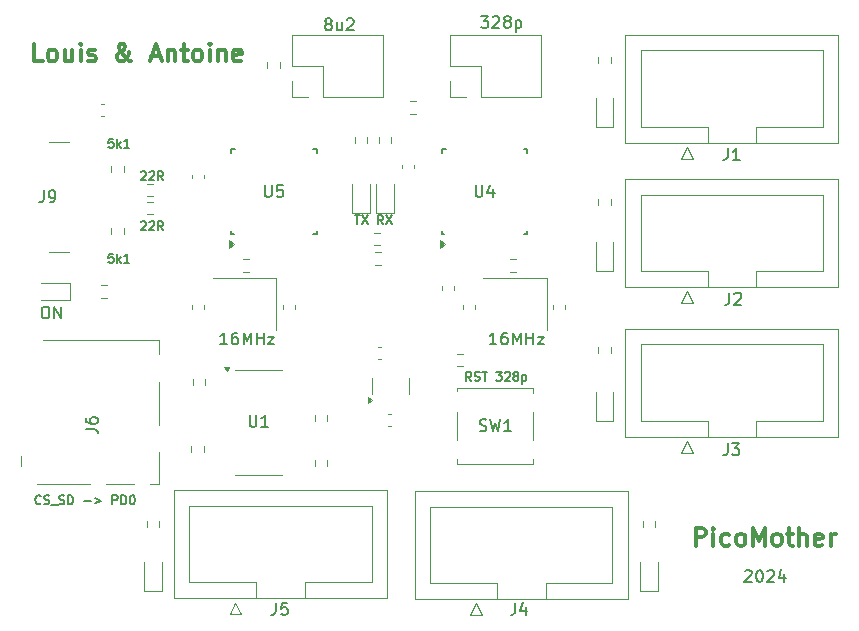
<source format=gbr>
G04 #@! TF.GenerationSoftware,KiCad,Pcbnew,8.0.6-8.0.6-0~ubuntu24.04.1*
G04 #@! TF.CreationDate,2024-11-11T15:02:52+01:00*
G04 #@! TF.ProjectId,PicoMother,5069636f-4d6f-4746-9865-722e6b696361,1*
G04 #@! TF.SameCoordinates,Original*
G04 #@! TF.FileFunction,Legend,Top*
G04 #@! TF.FilePolarity,Positive*
%FSLAX46Y46*%
G04 Gerber Fmt 4.6, Leading zero omitted, Abs format (unit mm)*
G04 Created by KiCad (PCBNEW 8.0.6-8.0.6-0~ubuntu24.04.1) date 2024-11-11 15:02:52*
%MOMM*%
%LPD*%
G01*
G04 APERTURE LIST*
%ADD10C,0.150000*%
%ADD11C,0.187500*%
%ADD12C,0.300000*%
%ADD13C,0.200000*%
%ADD14C,0.120000*%
G04 APERTURE END LIST*
D10*
X109634398Y-87650414D02*
X109277255Y-87650414D01*
X109277255Y-87650414D02*
X109241541Y-88007557D01*
X109241541Y-88007557D02*
X109277255Y-87971842D01*
X109277255Y-87971842D02*
X109348684Y-87936128D01*
X109348684Y-87936128D02*
X109527255Y-87936128D01*
X109527255Y-87936128D02*
X109598684Y-87971842D01*
X109598684Y-87971842D02*
X109634398Y-88007557D01*
X109634398Y-88007557D02*
X109670112Y-88078985D01*
X109670112Y-88078985D02*
X109670112Y-88257557D01*
X109670112Y-88257557D02*
X109634398Y-88328985D01*
X109634398Y-88328985D02*
X109598684Y-88364700D01*
X109598684Y-88364700D02*
X109527255Y-88400414D01*
X109527255Y-88400414D02*
X109348684Y-88400414D01*
X109348684Y-88400414D02*
X109277255Y-88364700D01*
X109277255Y-88364700D02*
X109241541Y-88328985D01*
X109991541Y-88400414D02*
X109991541Y-87650414D01*
X110062970Y-88114700D02*
X110277255Y-88400414D01*
X110277255Y-87900414D02*
X109991541Y-88186128D01*
X110991541Y-88400414D02*
X110562970Y-88400414D01*
X110777255Y-88400414D02*
X110777255Y-87650414D01*
X110777255Y-87650414D02*
X110705827Y-87757557D01*
X110705827Y-87757557D02*
X110634398Y-87828985D01*
X110634398Y-87828985D02*
X110562970Y-87864700D01*
D11*
X130094783Y-94148464D02*
X130523355Y-94148464D01*
X130309069Y-94898464D02*
X130309069Y-94148464D01*
X130701926Y-94148464D02*
X131201926Y-94898464D01*
X131201926Y-94148464D02*
X130701926Y-94898464D01*
D12*
X158954510Y-122100828D02*
X158954510Y-120600828D01*
X158954510Y-120600828D02*
X159525939Y-120600828D01*
X159525939Y-120600828D02*
X159668796Y-120672257D01*
X159668796Y-120672257D02*
X159740225Y-120743685D01*
X159740225Y-120743685D02*
X159811653Y-120886542D01*
X159811653Y-120886542D02*
X159811653Y-121100828D01*
X159811653Y-121100828D02*
X159740225Y-121243685D01*
X159740225Y-121243685D02*
X159668796Y-121315114D01*
X159668796Y-121315114D02*
X159525939Y-121386542D01*
X159525939Y-121386542D02*
X158954510Y-121386542D01*
X160454510Y-122100828D02*
X160454510Y-121100828D01*
X160454510Y-120600828D02*
X160383082Y-120672257D01*
X160383082Y-120672257D02*
X160454510Y-120743685D01*
X160454510Y-120743685D02*
X160525939Y-120672257D01*
X160525939Y-120672257D02*
X160454510Y-120600828D01*
X160454510Y-120600828D02*
X160454510Y-120743685D01*
X161811654Y-122029400D02*
X161668796Y-122100828D01*
X161668796Y-122100828D02*
X161383082Y-122100828D01*
X161383082Y-122100828D02*
X161240225Y-122029400D01*
X161240225Y-122029400D02*
X161168796Y-121957971D01*
X161168796Y-121957971D02*
X161097368Y-121815114D01*
X161097368Y-121815114D02*
X161097368Y-121386542D01*
X161097368Y-121386542D02*
X161168796Y-121243685D01*
X161168796Y-121243685D02*
X161240225Y-121172257D01*
X161240225Y-121172257D02*
X161383082Y-121100828D01*
X161383082Y-121100828D02*
X161668796Y-121100828D01*
X161668796Y-121100828D02*
X161811654Y-121172257D01*
X162668796Y-122100828D02*
X162525939Y-122029400D01*
X162525939Y-122029400D02*
X162454510Y-121957971D01*
X162454510Y-121957971D02*
X162383082Y-121815114D01*
X162383082Y-121815114D02*
X162383082Y-121386542D01*
X162383082Y-121386542D02*
X162454510Y-121243685D01*
X162454510Y-121243685D02*
X162525939Y-121172257D01*
X162525939Y-121172257D02*
X162668796Y-121100828D01*
X162668796Y-121100828D02*
X162883082Y-121100828D01*
X162883082Y-121100828D02*
X163025939Y-121172257D01*
X163025939Y-121172257D02*
X163097368Y-121243685D01*
X163097368Y-121243685D02*
X163168796Y-121386542D01*
X163168796Y-121386542D02*
X163168796Y-121815114D01*
X163168796Y-121815114D02*
X163097368Y-121957971D01*
X163097368Y-121957971D02*
X163025939Y-122029400D01*
X163025939Y-122029400D02*
X162883082Y-122100828D01*
X162883082Y-122100828D02*
X162668796Y-122100828D01*
X163811653Y-122100828D02*
X163811653Y-120600828D01*
X163811653Y-120600828D02*
X164311653Y-121672257D01*
X164311653Y-121672257D02*
X164811653Y-120600828D01*
X164811653Y-120600828D02*
X164811653Y-122100828D01*
X165740225Y-122100828D02*
X165597368Y-122029400D01*
X165597368Y-122029400D02*
X165525939Y-121957971D01*
X165525939Y-121957971D02*
X165454511Y-121815114D01*
X165454511Y-121815114D02*
X165454511Y-121386542D01*
X165454511Y-121386542D02*
X165525939Y-121243685D01*
X165525939Y-121243685D02*
X165597368Y-121172257D01*
X165597368Y-121172257D02*
X165740225Y-121100828D01*
X165740225Y-121100828D02*
X165954511Y-121100828D01*
X165954511Y-121100828D02*
X166097368Y-121172257D01*
X166097368Y-121172257D02*
X166168797Y-121243685D01*
X166168797Y-121243685D02*
X166240225Y-121386542D01*
X166240225Y-121386542D02*
X166240225Y-121815114D01*
X166240225Y-121815114D02*
X166168797Y-121957971D01*
X166168797Y-121957971D02*
X166097368Y-122029400D01*
X166097368Y-122029400D02*
X165954511Y-122100828D01*
X165954511Y-122100828D02*
X165740225Y-122100828D01*
X166668797Y-121100828D02*
X167240225Y-121100828D01*
X166883082Y-120600828D02*
X166883082Y-121886542D01*
X166883082Y-121886542D02*
X166954511Y-122029400D01*
X166954511Y-122029400D02*
X167097368Y-122100828D01*
X167097368Y-122100828D02*
X167240225Y-122100828D01*
X167740225Y-122100828D02*
X167740225Y-120600828D01*
X168383083Y-122100828D02*
X168383083Y-121315114D01*
X168383083Y-121315114D02*
X168311654Y-121172257D01*
X168311654Y-121172257D02*
X168168797Y-121100828D01*
X168168797Y-121100828D02*
X167954511Y-121100828D01*
X167954511Y-121100828D02*
X167811654Y-121172257D01*
X167811654Y-121172257D02*
X167740225Y-121243685D01*
X169668797Y-122029400D02*
X169525940Y-122100828D01*
X169525940Y-122100828D02*
X169240226Y-122100828D01*
X169240226Y-122100828D02*
X169097368Y-122029400D01*
X169097368Y-122029400D02*
X169025940Y-121886542D01*
X169025940Y-121886542D02*
X169025940Y-121315114D01*
X169025940Y-121315114D02*
X169097368Y-121172257D01*
X169097368Y-121172257D02*
X169240226Y-121100828D01*
X169240226Y-121100828D02*
X169525940Y-121100828D01*
X169525940Y-121100828D02*
X169668797Y-121172257D01*
X169668797Y-121172257D02*
X169740226Y-121315114D01*
X169740226Y-121315114D02*
X169740226Y-121457971D01*
X169740226Y-121457971D02*
X169025940Y-121600828D01*
X170383082Y-122100828D02*
X170383082Y-121100828D01*
X170383082Y-121386542D02*
X170454511Y-121243685D01*
X170454511Y-121243685D02*
X170525940Y-121172257D01*
X170525940Y-121172257D02*
X170668797Y-121100828D01*
X170668797Y-121100828D02*
X170811654Y-121100828D01*
D13*
X163122054Y-124262457D02*
X163169673Y-124214838D01*
X163169673Y-124214838D02*
X163264911Y-124167219D01*
X163264911Y-124167219D02*
X163503006Y-124167219D01*
X163503006Y-124167219D02*
X163598244Y-124214838D01*
X163598244Y-124214838D02*
X163645863Y-124262457D01*
X163645863Y-124262457D02*
X163693482Y-124357695D01*
X163693482Y-124357695D02*
X163693482Y-124452933D01*
X163693482Y-124452933D02*
X163645863Y-124595790D01*
X163645863Y-124595790D02*
X163074435Y-125167219D01*
X163074435Y-125167219D02*
X163693482Y-125167219D01*
X164312530Y-124167219D02*
X164407768Y-124167219D01*
X164407768Y-124167219D02*
X164503006Y-124214838D01*
X164503006Y-124214838D02*
X164550625Y-124262457D01*
X164550625Y-124262457D02*
X164598244Y-124357695D01*
X164598244Y-124357695D02*
X164645863Y-124548171D01*
X164645863Y-124548171D02*
X164645863Y-124786266D01*
X164645863Y-124786266D02*
X164598244Y-124976742D01*
X164598244Y-124976742D02*
X164550625Y-125071980D01*
X164550625Y-125071980D02*
X164503006Y-125119600D01*
X164503006Y-125119600D02*
X164407768Y-125167219D01*
X164407768Y-125167219D02*
X164312530Y-125167219D01*
X164312530Y-125167219D02*
X164217292Y-125119600D01*
X164217292Y-125119600D02*
X164169673Y-125071980D01*
X164169673Y-125071980D02*
X164122054Y-124976742D01*
X164122054Y-124976742D02*
X164074435Y-124786266D01*
X164074435Y-124786266D02*
X164074435Y-124548171D01*
X164074435Y-124548171D02*
X164122054Y-124357695D01*
X164122054Y-124357695D02*
X164169673Y-124262457D01*
X164169673Y-124262457D02*
X164217292Y-124214838D01*
X164217292Y-124214838D02*
X164312530Y-124167219D01*
X165026816Y-124262457D02*
X165074435Y-124214838D01*
X165074435Y-124214838D02*
X165169673Y-124167219D01*
X165169673Y-124167219D02*
X165407768Y-124167219D01*
X165407768Y-124167219D02*
X165503006Y-124214838D01*
X165503006Y-124214838D02*
X165550625Y-124262457D01*
X165550625Y-124262457D02*
X165598244Y-124357695D01*
X165598244Y-124357695D02*
X165598244Y-124452933D01*
X165598244Y-124452933D02*
X165550625Y-124595790D01*
X165550625Y-124595790D02*
X164979197Y-125167219D01*
X164979197Y-125167219D02*
X165598244Y-125167219D01*
X166455387Y-124500552D02*
X166455387Y-125167219D01*
X166217292Y-124119600D02*
X165979197Y-124833885D01*
X165979197Y-124833885D02*
X166598244Y-124833885D01*
D12*
X103668796Y-81100828D02*
X102954510Y-81100828D01*
X102954510Y-81100828D02*
X102954510Y-79600828D01*
X104383082Y-81100828D02*
X104240225Y-81029400D01*
X104240225Y-81029400D02*
X104168796Y-80957971D01*
X104168796Y-80957971D02*
X104097368Y-80815114D01*
X104097368Y-80815114D02*
X104097368Y-80386542D01*
X104097368Y-80386542D02*
X104168796Y-80243685D01*
X104168796Y-80243685D02*
X104240225Y-80172257D01*
X104240225Y-80172257D02*
X104383082Y-80100828D01*
X104383082Y-80100828D02*
X104597368Y-80100828D01*
X104597368Y-80100828D02*
X104740225Y-80172257D01*
X104740225Y-80172257D02*
X104811654Y-80243685D01*
X104811654Y-80243685D02*
X104883082Y-80386542D01*
X104883082Y-80386542D02*
X104883082Y-80815114D01*
X104883082Y-80815114D02*
X104811654Y-80957971D01*
X104811654Y-80957971D02*
X104740225Y-81029400D01*
X104740225Y-81029400D02*
X104597368Y-81100828D01*
X104597368Y-81100828D02*
X104383082Y-81100828D01*
X106168797Y-80100828D02*
X106168797Y-81100828D01*
X105525939Y-80100828D02*
X105525939Y-80886542D01*
X105525939Y-80886542D02*
X105597368Y-81029400D01*
X105597368Y-81029400D02*
X105740225Y-81100828D01*
X105740225Y-81100828D02*
X105954511Y-81100828D01*
X105954511Y-81100828D02*
X106097368Y-81029400D01*
X106097368Y-81029400D02*
X106168797Y-80957971D01*
X106883082Y-81100828D02*
X106883082Y-80100828D01*
X106883082Y-79600828D02*
X106811654Y-79672257D01*
X106811654Y-79672257D02*
X106883082Y-79743685D01*
X106883082Y-79743685D02*
X106954511Y-79672257D01*
X106954511Y-79672257D02*
X106883082Y-79600828D01*
X106883082Y-79600828D02*
X106883082Y-79743685D01*
X107525940Y-81029400D02*
X107668797Y-81100828D01*
X107668797Y-81100828D02*
X107954511Y-81100828D01*
X107954511Y-81100828D02*
X108097368Y-81029400D01*
X108097368Y-81029400D02*
X108168797Y-80886542D01*
X108168797Y-80886542D02*
X108168797Y-80815114D01*
X108168797Y-80815114D02*
X108097368Y-80672257D01*
X108097368Y-80672257D02*
X107954511Y-80600828D01*
X107954511Y-80600828D02*
X107740226Y-80600828D01*
X107740226Y-80600828D02*
X107597368Y-80529400D01*
X107597368Y-80529400D02*
X107525940Y-80386542D01*
X107525940Y-80386542D02*
X107525940Y-80315114D01*
X107525940Y-80315114D02*
X107597368Y-80172257D01*
X107597368Y-80172257D02*
X107740226Y-80100828D01*
X107740226Y-80100828D02*
X107954511Y-80100828D01*
X107954511Y-80100828D02*
X108097368Y-80172257D01*
X111168797Y-81100828D02*
X111097369Y-81100828D01*
X111097369Y-81100828D02*
X110954511Y-81029400D01*
X110954511Y-81029400D02*
X110740226Y-80815114D01*
X110740226Y-80815114D02*
X110383083Y-80386542D01*
X110383083Y-80386542D02*
X110240226Y-80172257D01*
X110240226Y-80172257D02*
X110168797Y-79957971D01*
X110168797Y-79957971D02*
X110168797Y-79815114D01*
X110168797Y-79815114D02*
X110240226Y-79672257D01*
X110240226Y-79672257D02*
X110383083Y-79600828D01*
X110383083Y-79600828D02*
X110454511Y-79600828D01*
X110454511Y-79600828D02*
X110597369Y-79672257D01*
X110597369Y-79672257D02*
X110668797Y-79815114D01*
X110668797Y-79815114D02*
X110668797Y-79886542D01*
X110668797Y-79886542D02*
X110597369Y-80029400D01*
X110597369Y-80029400D02*
X110525940Y-80100828D01*
X110525940Y-80100828D02*
X110097369Y-80386542D01*
X110097369Y-80386542D02*
X110025940Y-80457971D01*
X110025940Y-80457971D02*
X109954511Y-80600828D01*
X109954511Y-80600828D02*
X109954511Y-80815114D01*
X109954511Y-80815114D02*
X110025940Y-80957971D01*
X110025940Y-80957971D02*
X110097369Y-81029400D01*
X110097369Y-81029400D02*
X110240226Y-81100828D01*
X110240226Y-81100828D02*
X110454511Y-81100828D01*
X110454511Y-81100828D02*
X110597369Y-81029400D01*
X110597369Y-81029400D02*
X110668797Y-80957971D01*
X110668797Y-80957971D02*
X110883083Y-80672257D01*
X110883083Y-80672257D02*
X110954511Y-80457971D01*
X110954511Y-80457971D02*
X110954511Y-80315114D01*
X112883083Y-80672257D02*
X113597369Y-80672257D01*
X112740226Y-81100828D02*
X113240226Y-79600828D01*
X113240226Y-79600828D02*
X113740226Y-81100828D01*
X114240225Y-80100828D02*
X114240225Y-81100828D01*
X114240225Y-80243685D02*
X114311654Y-80172257D01*
X114311654Y-80172257D02*
X114454511Y-80100828D01*
X114454511Y-80100828D02*
X114668797Y-80100828D01*
X114668797Y-80100828D02*
X114811654Y-80172257D01*
X114811654Y-80172257D02*
X114883083Y-80315114D01*
X114883083Y-80315114D02*
X114883083Y-81100828D01*
X115383083Y-80100828D02*
X115954511Y-80100828D01*
X115597368Y-79600828D02*
X115597368Y-80886542D01*
X115597368Y-80886542D02*
X115668797Y-81029400D01*
X115668797Y-81029400D02*
X115811654Y-81100828D01*
X115811654Y-81100828D02*
X115954511Y-81100828D01*
X116668797Y-81100828D02*
X116525940Y-81029400D01*
X116525940Y-81029400D02*
X116454511Y-80957971D01*
X116454511Y-80957971D02*
X116383083Y-80815114D01*
X116383083Y-80815114D02*
X116383083Y-80386542D01*
X116383083Y-80386542D02*
X116454511Y-80243685D01*
X116454511Y-80243685D02*
X116525940Y-80172257D01*
X116525940Y-80172257D02*
X116668797Y-80100828D01*
X116668797Y-80100828D02*
X116883083Y-80100828D01*
X116883083Y-80100828D02*
X117025940Y-80172257D01*
X117025940Y-80172257D02*
X117097369Y-80243685D01*
X117097369Y-80243685D02*
X117168797Y-80386542D01*
X117168797Y-80386542D02*
X117168797Y-80815114D01*
X117168797Y-80815114D02*
X117097369Y-80957971D01*
X117097369Y-80957971D02*
X117025940Y-81029400D01*
X117025940Y-81029400D02*
X116883083Y-81100828D01*
X116883083Y-81100828D02*
X116668797Y-81100828D01*
X117811654Y-81100828D02*
X117811654Y-80100828D01*
X117811654Y-79600828D02*
X117740226Y-79672257D01*
X117740226Y-79672257D02*
X117811654Y-79743685D01*
X117811654Y-79743685D02*
X117883083Y-79672257D01*
X117883083Y-79672257D02*
X117811654Y-79600828D01*
X117811654Y-79600828D02*
X117811654Y-79743685D01*
X118525940Y-80100828D02*
X118525940Y-81100828D01*
X118525940Y-80243685D02*
X118597369Y-80172257D01*
X118597369Y-80172257D02*
X118740226Y-80100828D01*
X118740226Y-80100828D02*
X118954512Y-80100828D01*
X118954512Y-80100828D02*
X119097369Y-80172257D01*
X119097369Y-80172257D02*
X119168798Y-80315114D01*
X119168798Y-80315114D02*
X119168798Y-81100828D01*
X120454512Y-81029400D02*
X120311655Y-81100828D01*
X120311655Y-81100828D02*
X120025941Y-81100828D01*
X120025941Y-81100828D02*
X119883083Y-81029400D01*
X119883083Y-81029400D02*
X119811655Y-80886542D01*
X119811655Y-80886542D02*
X119811655Y-80315114D01*
X119811655Y-80315114D02*
X119883083Y-80172257D01*
X119883083Y-80172257D02*
X120025941Y-80100828D01*
X120025941Y-80100828D02*
X120311655Y-80100828D01*
X120311655Y-80100828D02*
X120454512Y-80172257D01*
X120454512Y-80172257D02*
X120525941Y-80315114D01*
X120525941Y-80315114D02*
X120525941Y-80457971D01*
X120525941Y-80457971D02*
X119811655Y-80600828D01*
D10*
X103505826Y-118528985D02*
X103470112Y-118564700D01*
X103470112Y-118564700D02*
X103362969Y-118600414D01*
X103362969Y-118600414D02*
X103291541Y-118600414D01*
X103291541Y-118600414D02*
X103184398Y-118564700D01*
X103184398Y-118564700D02*
X103112969Y-118493271D01*
X103112969Y-118493271D02*
X103077255Y-118421842D01*
X103077255Y-118421842D02*
X103041541Y-118278985D01*
X103041541Y-118278985D02*
X103041541Y-118171842D01*
X103041541Y-118171842D02*
X103077255Y-118028985D01*
X103077255Y-118028985D02*
X103112969Y-117957557D01*
X103112969Y-117957557D02*
X103184398Y-117886128D01*
X103184398Y-117886128D02*
X103291541Y-117850414D01*
X103291541Y-117850414D02*
X103362969Y-117850414D01*
X103362969Y-117850414D02*
X103470112Y-117886128D01*
X103470112Y-117886128D02*
X103505826Y-117921842D01*
X103791541Y-118564700D02*
X103898684Y-118600414D01*
X103898684Y-118600414D02*
X104077255Y-118600414D01*
X104077255Y-118600414D02*
X104148684Y-118564700D01*
X104148684Y-118564700D02*
X104184398Y-118528985D01*
X104184398Y-118528985D02*
X104220112Y-118457557D01*
X104220112Y-118457557D02*
X104220112Y-118386128D01*
X104220112Y-118386128D02*
X104184398Y-118314700D01*
X104184398Y-118314700D02*
X104148684Y-118278985D01*
X104148684Y-118278985D02*
X104077255Y-118243271D01*
X104077255Y-118243271D02*
X103934398Y-118207557D01*
X103934398Y-118207557D02*
X103862969Y-118171842D01*
X103862969Y-118171842D02*
X103827255Y-118136128D01*
X103827255Y-118136128D02*
X103791541Y-118064700D01*
X103791541Y-118064700D02*
X103791541Y-117993271D01*
X103791541Y-117993271D02*
X103827255Y-117921842D01*
X103827255Y-117921842D02*
X103862969Y-117886128D01*
X103862969Y-117886128D02*
X103934398Y-117850414D01*
X103934398Y-117850414D02*
X104112969Y-117850414D01*
X104112969Y-117850414D02*
X104220112Y-117886128D01*
X104362970Y-118671842D02*
X104934398Y-118671842D01*
X105077256Y-118564700D02*
X105184399Y-118600414D01*
X105184399Y-118600414D02*
X105362970Y-118600414D01*
X105362970Y-118600414D02*
X105434399Y-118564700D01*
X105434399Y-118564700D02*
X105470113Y-118528985D01*
X105470113Y-118528985D02*
X105505827Y-118457557D01*
X105505827Y-118457557D02*
X105505827Y-118386128D01*
X105505827Y-118386128D02*
X105470113Y-118314700D01*
X105470113Y-118314700D02*
X105434399Y-118278985D01*
X105434399Y-118278985D02*
X105362970Y-118243271D01*
X105362970Y-118243271D02*
X105220113Y-118207557D01*
X105220113Y-118207557D02*
X105148684Y-118171842D01*
X105148684Y-118171842D02*
X105112970Y-118136128D01*
X105112970Y-118136128D02*
X105077256Y-118064700D01*
X105077256Y-118064700D02*
X105077256Y-117993271D01*
X105077256Y-117993271D02*
X105112970Y-117921842D01*
X105112970Y-117921842D02*
X105148684Y-117886128D01*
X105148684Y-117886128D02*
X105220113Y-117850414D01*
X105220113Y-117850414D02*
X105398684Y-117850414D01*
X105398684Y-117850414D02*
X105505827Y-117886128D01*
X105827256Y-118600414D02*
X105827256Y-117850414D01*
X105827256Y-117850414D02*
X106005827Y-117850414D01*
X106005827Y-117850414D02*
X106112970Y-117886128D01*
X106112970Y-117886128D02*
X106184399Y-117957557D01*
X106184399Y-117957557D02*
X106220113Y-118028985D01*
X106220113Y-118028985D02*
X106255827Y-118171842D01*
X106255827Y-118171842D02*
X106255827Y-118278985D01*
X106255827Y-118278985D02*
X106220113Y-118421842D01*
X106220113Y-118421842D02*
X106184399Y-118493271D01*
X106184399Y-118493271D02*
X106112970Y-118564700D01*
X106112970Y-118564700D02*
X106005827Y-118600414D01*
X106005827Y-118600414D02*
X105827256Y-118600414D01*
X107148685Y-118314700D02*
X107720114Y-118314700D01*
X108077256Y-118100414D02*
X108648685Y-118314700D01*
X108648685Y-118314700D02*
X108077256Y-118528985D01*
X109577256Y-118600414D02*
X109577256Y-117850414D01*
X109577256Y-117850414D02*
X109862970Y-117850414D01*
X109862970Y-117850414D02*
X109934399Y-117886128D01*
X109934399Y-117886128D02*
X109970113Y-117921842D01*
X109970113Y-117921842D02*
X110005827Y-117993271D01*
X110005827Y-117993271D02*
X110005827Y-118100414D01*
X110005827Y-118100414D02*
X109970113Y-118171842D01*
X109970113Y-118171842D02*
X109934399Y-118207557D01*
X109934399Y-118207557D02*
X109862970Y-118243271D01*
X109862970Y-118243271D02*
X109577256Y-118243271D01*
X110327256Y-118600414D02*
X110327256Y-117850414D01*
X110327256Y-117850414D02*
X110505827Y-117850414D01*
X110505827Y-117850414D02*
X110612970Y-117886128D01*
X110612970Y-117886128D02*
X110684399Y-117957557D01*
X110684399Y-117957557D02*
X110720113Y-118028985D01*
X110720113Y-118028985D02*
X110755827Y-118171842D01*
X110755827Y-118171842D02*
X110755827Y-118278985D01*
X110755827Y-118278985D02*
X110720113Y-118421842D01*
X110720113Y-118421842D02*
X110684399Y-118493271D01*
X110684399Y-118493271D02*
X110612970Y-118564700D01*
X110612970Y-118564700D02*
X110505827Y-118600414D01*
X110505827Y-118600414D02*
X110327256Y-118600414D01*
X111220113Y-117850414D02*
X111291542Y-117850414D01*
X111291542Y-117850414D02*
X111362970Y-117886128D01*
X111362970Y-117886128D02*
X111398685Y-117921842D01*
X111398685Y-117921842D02*
X111434399Y-117993271D01*
X111434399Y-117993271D02*
X111470113Y-118136128D01*
X111470113Y-118136128D02*
X111470113Y-118314700D01*
X111470113Y-118314700D02*
X111434399Y-118457557D01*
X111434399Y-118457557D02*
X111398685Y-118528985D01*
X111398685Y-118528985D02*
X111362970Y-118564700D01*
X111362970Y-118564700D02*
X111291542Y-118600414D01*
X111291542Y-118600414D02*
X111220113Y-118600414D01*
X111220113Y-118600414D02*
X111148685Y-118564700D01*
X111148685Y-118564700D02*
X111112970Y-118528985D01*
X111112970Y-118528985D02*
X111077256Y-118457557D01*
X111077256Y-118457557D02*
X111041542Y-118314700D01*
X111041542Y-118314700D02*
X111041542Y-118136128D01*
X111041542Y-118136128D02*
X111077256Y-117993271D01*
X111077256Y-117993271D02*
X111112970Y-117921842D01*
X111112970Y-117921842D02*
X111148685Y-117886128D01*
X111148685Y-117886128D02*
X111220113Y-117850414D01*
D13*
X103810149Y-101867219D02*
X104000625Y-101867219D01*
X104000625Y-101867219D02*
X104095863Y-101914838D01*
X104095863Y-101914838D02*
X104191101Y-102010076D01*
X104191101Y-102010076D02*
X104238720Y-102200552D01*
X104238720Y-102200552D02*
X104238720Y-102533885D01*
X104238720Y-102533885D02*
X104191101Y-102724361D01*
X104191101Y-102724361D02*
X104095863Y-102819600D01*
X104095863Y-102819600D02*
X104000625Y-102867219D01*
X104000625Y-102867219D02*
X103810149Y-102867219D01*
X103810149Y-102867219D02*
X103714911Y-102819600D01*
X103714911Y-102819600D02*
X103619673Y-102724361D01*
X103619673Y-102724361D02*
X103572054Y-102533885D01*
X103572054Y-102533885D02*
X103572054Y-102200552D01*
X103572054Y-102200552D02*
X103619673Y-102010076D01*
X103619673Y-102010076D02*
X103714911Y-101914838D01*
X103714911Y-101914838D02*
X103810149Y-101867219D01*
X104667292Y-102867219D02*
X104667292Y-101867219D01*
X104667292Y-101867219D02*
X105238720Y-102867219D01*
X105238720Y-102867219D02*
X105238720Y-101867219D01*
X119293482Y-105067219D02*
X118722054Y-105067219D01*
X119007768Y-105067219D02*
X119007768Y-104067219D01*
X119007768Y-104067219D02*
X118912530Y-104210076D01*
X118912530Y-104210076D02*
X118817292Y-104305314D01*
X118817292Y-104305314D02*
X118722054Y-104352933D01*
X120150625Y-104067219D02*
X119960149Y-104067219D01*
X119960149Y-104067219D02*
X119864911Y-104114838D01*
X119864911Y-104114838D02*
X119817292Y-104162457D01*
X119817292Y-104162457D02*
X119722054Y-104305314D01*
X119722054Y-104305314D02*
X119674435Y-104495790D01*
X119674435Y-104495790D02*
X119674435Y-104876742D01*
X119674435Y-104876742D02*
X119722054Y-104971980D01*
X119722054Y-104971980D02*
X119769673Y-105019600D01*
X119769673Y-105019600D02*
X119864911Y-105067219D01*
X119864911Y-105067219D02*
X120055387Y-105067219D01*
X120055387Y-105067219D02*
X120150625Y-105019600D01*
X120150625Y-105019600D02*
X120198244Y-104971980D01*
X120198244Y-104971980D02*
X120245863Y-104876742D01*
X120245863Y-104876742D02*
X120245863Y-104638647D01*
X120245863Y-104638647D02*
X120198244Y-104543409D01*
X120198244Y-104543409D02*
X120150625Y-104495790D01*
X120150625Y-104495790D02*
X120055387Y-104448171D01*
X120055387Y-104448171D02*
X119864911Y-104448171D01*
X119864911Y-104448171D02*
X119769673Y-104495790D01*
X119769673Y-104495790D02*
X119722054Y-104543409D01*
X119722054Y-104543409D02*
X119674435Y-104638647D01*
X120674435Y-105067219D02*
X120674435Y-104067219D01*
X120674435Y-104067219D02*
X121007768Y-104781504D01*
X121007768Y-104781504D02*
X121341101Y-104067219D01*
X121341101Y-104067219D02*
X121341101Y-105067219D01*
X121817292Y-105067219D02*
X121817292Y-104067219D01*
X121817292Y-104543409D02*
X122388720Y-104543409D01*
X122388720Y-105067219D02*
X122388720Y-104067219D01*
X122769673Y-104400552D02*
X123293482Y-104400552D01*
X123293482Y-104400552D02*
X122769673Y-105067219D01*
X122769673Y-105067219D02*
X123293482Y-105067219D01*
D10*
X111991541Y-94721842D02*
X112027255Y-94686128D01*
X112027255Y-94686128D02*
X112098684Y-94650414D01*
X112098684Y-94650414D02*
X112277255Y-94650414D01*
X112277255Y-94650414D02*
X112348684Y-94686128D01*
X112348684Y-94686128D02*
X112384398Y-94721842D01*
X112384398Y-94721842D02*
X112420112Y-94793271D01*
X112420112Y-94793271D02*
X112420112Y-94864700D01*
X112420112Y-94864700D02*
X112384398Y-94971842D01*
X112384398Y-94971842D02*
X111955826Y-95400414D01*
X111955826Y-95400414D02*
X112420112Y-95400414D01*
X112705827Y-94721842D02*
X112741541Y-94686128D01*
X112741541Y-94686128D02*
X112812970Y-94650414D01*
X112812970Y-94650414D02*
X112991541Y-94650414D01*
X112991541Y-94650414D02*
X113062970Y-94686128D01*
X113062970Y-94686128D02*
X113098684Y-94721842D01*
X113098684Y-94721842D02*
X113134398Y-94793271D01*
X113134398Y-94793271D02*
X113134398Y-94864700D01*
X113134398Y-94864700D02*
X113098684Y-94971842D01*
X113098684Y-94971842D02*
X112670112Y-95400414D01*
X112670112Y-95400414D02*
X113134398Y-95400414D01*
X113884398Y-95400414D02*
X113634398Y-95043271D01*
X113455827Y-95400414D02*
X113455827Y-94650414D01*
X113455827Y-94650414D02*
X113741541Y-94650414D01*
X113741541Y-94650414D02*
X113812970Y-94686128D01*
X113812970Y-94686128D02*
X113848684Y-94721842D01*
X113848684Y-94721842D02*
X113884398Y-94793271D01*
X113884398Y-94793271D02*
X113884398Y-94900414D01*
X113884398Y-94900414D02*
X113848684Y-94971842D01*
X113848684Y-94971842D02*
X113812970Y-95007557D01*
X113812970Y-95007557D02*
X113741541Y-95043271D01*
X113741541Y-95043271D02*
X113455827Y-95043271D01*
D13*
X127762530Y-77895790D02*
X127667292Y-77848171D01*
X127667292Y-77848171D02*
X127619673Y-77800552D01*
X127619673Y-77800552D02*
X127572054Y-77705314D01*
X127572054Y-77705314D02*
X127572054Y-77657695D01*
X127572054Y-77657695D02*
X127619673Y-77562457D01*
X127619673Y-77562457D02*
X127667292Y-77514838D01*
X127667292Y-77514838D02*
X127762530Y-77467219D01*
X127762530Y-77467219D02*
X127953006Y-77467219D01*
X127953006Y-77467219D02*
X128048244Y-77514838D01*
X128048244Y-77514838D02*
X128095863Y-77562457D01*
X128095863Y-77562457D02*
X128143482Y-77657695D01*
X128143482Y-77657695D02*
X128143482Y-77705314D01*
X128143482Y-77705314D02*
X128095863Y-77800552D01*
X128095863Y-77800552D02*
X128048244Y-77848171D01*
X128048244Y-77848171D02*
X127953006Y-77895790D01*
X127953006Y-77895790D02*
X127762530Y-77895790D01*
X127762530Y-77895790D02*
X127667292Y-77943409D01*
X127667292Y-77943409D02*
X127619673Y-77991028D01*
X127619673Y-77991028D02*
X127572054Y-78086266D01*
X127572054Y-78086266D02*
X127572054Y-78276742D01*
X127572054Y-78276742D02*
X127619673Y-78371980D01*
X127619673Y-78371980D02*
X127667292Y-78419600D01*
X127667292Y-78419600D02*
X127762530Y-78467219D01*
X127762530Y-78467219D02*
X127953006Y-78467219D01*
X127953006Y-78467219D02*
X128048244Y-78419600D01*
X128048244Y-78419600D02*
X128095863Y-78371980D01*
X128095863Y-78371980D02*
X128143482Y-78276742D01*
X128143482Y-78276742D02*
X128143482Y-78086266D01*
X128143482Y-78086266D02*
X128095863Y-77991028D01*
X128095863Y-77991028D02*
X128048244Y-77943409D01*
X128048244Y-77943409D02*
X127953006Y-77895790D01*
X129000625Y-77800552D02*
X129000625Y-78467219D01*
X128572054Y-77800552D02*
X128572054Y-78324361D01*
X128572054Y-78324361D02*
X128619673Y-78419600D01*
X128619673Y-78419600D02*
X128714911Y-78467219D01*
X128714911Y-78467219D02*
X128857768Y-78467219D01*
X128857768Y-78467219D02*
X128953006Y-78419600D01*
X128953006Y-78419600D02*
X129000625Y-78371980D01*
X129429197Y-77562457D02*
X129476816Y-77514838D01*
X129476816Y-77514838D02*
X129572054Y-77467219D01*
X129572054Y-77467219D02*
X129810149Y-77467219D01*
X129810149Y-77467219D02*
X129905387Y-77514838D01*
X129905387Y-77514838D02*
X129953006Y-77562457D01*
X129953006Y-77562457D02*
X130000625Y-77657695D01*
X130000625Y-77657695D02*
X130000625Y-77752933D01*
X130000625Y-77752933D02*
X129953006Y-77895790D01*
X129953006Y-77895790D02*
X129381578Y-78467219D01*
X129381578Y-78467219D02*
X130000625Y-78467219D01*
X140774435Y-77267219D02*
X141393482Y-77267219D01*
X141393482Y-77267219D02*
X141060149Y-77648171D01*
X141060149Y-77648171D02*
X141203006Y-77648171D01*
X141203006Y-77648171D02*
X141298244Y-77695790D01*
X141298244Y-77695790D02*
X141345863Y-77743409D01*
X141345863Y-77743409D02*
X141393482Y-77838647D01*
X141393482Y-77838647D02*
X141393482Y-78076742D01*
X141393482Y-78076742D02*
X141345863Y-78171980D01*
X141345863Y-78171980D02*
X141298244Y-78219600D01*
X141298244Y-78219600D02*
X141203006Y-78267219D01*
X141203006Y-78267219D02*
X140917292Y-78267219D01*
X140917292Y-78267219D02*
X140822054Y-78219600D01*
X140822054Y-78219600D02*
X140774435Y-78171980D01*
X141774435Y-77362457D02*
X141822054Y-77314838D01*
X141822054Y-77314838D02*
X141917292Y-77267219D01*
X141917292Y-77267219D02*
X142155387Y-77267219D01*
X142155387Y-77267219D02*
X142250625Y-77314838D01*
X142250625Y-77314838D02*
X142298244Y-77362457D01*
X142298244Y-77362457D02*
X142345863Y-77457695D01*
X142345863Y-77457695D02*
X142345863Y-77552933D01*
X142345863Y-77552933D02*
X142298244Y-77695790D01*
X142298244Y-77695790D02*
X141726816Y-78267219D01*
X141726816Y-78267219D02*
X142345863Y-78267219D01*
X142917292Y-77695790D02*
X142822054Y-77648171D01*
X142822054Y-77648171D02*
X142774435Y-77600552D01*
X142774435Y-77600552D02*
X142726816Y-77505314D01*
X142726816Y-77505314D02*
X142726816Y-77457695D01*
X142726816Y-77457695D02*
X142774435Y-77362457D01*
X142774435Y-77362457D02*
X142822054Y-77314838D01*
X142822054Y-77314838D02*
X142917292Y-77267219D01*
X142917292Y-77267219D02*
X143107768Y-77267219D01*
X143107768Y-77267219D02*
X143203006Y-77314838D01*
X143203006Y-77314838D02*
X143250625Y-77362457D01*
X143250625Y-77362457D02*
X143298244Y-77457695D01*
X143298244Y-77457695D02*
X143298244Y-77505314D01*
X143298244Y-77505314D02*
X143250625Y-77600552D01*
X143250625Y-77600552D02*
X143203006Y-77648171D01*
X143203006Y-77648171D02*
X143107768Y-77695790D01*
X143107768Y-77695790D02*
X142917292Y-77695790D01*
X142917292Y-77695790D02*
X142822054Y-77743409D01*
X142822054Y-77743409D02*
X142774435Y-77791028D01*
X142774435Y-77791028D02*
X142726816Y-77886266D01*
X142726816Y-77886266D02*
X142726816Y-78076742D01*
X142726816Y-78076742D02*
X142774435Y-78171980D01*
X142774435Y-78171980D02*
X142822054Y-78219600D01*
X142822054Y-78219600D02*
X142917292Y-78267219D01*
X142917292Y-78267219D02*
X143107768Y-78267219D01*
X143107768Y-78267219D02*
X143203006Y-78219600D01*
X143203006Y-78219600D02*
X143250625Y-78171980D01*
X143250625Y-78171980D02*
X143298244Y-78076742D01*
X143298244Y-78076742D02*
X143298244Y-77886266D01*
X143298244Y-77886266D02*
X143250625Y-77791028D01*
X143250625Y-77791028D02*
X143203006Y-77743409D01*
X143203006Y-77743409D02*
X143107768Y-77695790D01*
X143726816Y-77600552D02*
X143726816Y-78600552D01*
X143726816Y-77648171D02*
X143822054Y-77600552D01*
X143822054Y-77600552D02*
X144012530Y-77600552D01*
X144012530Y-77600552D02*
X144107768Y-77648171D01*
X144107768Y-77648171D02*
X144155387Y-77695790D01*
X144155387Y-77695790D02*
X144203006Y-77791028D01*
X144203006Y-77791028D02*
X144203006Y-78076742D01*
X144203006Y-78076742D02*
X144155387Y-78171980D01*
X144155387Y-78171980D02*
X144107768Y-78219600D01*
X144107768Y-78219600D02*
X144012530Y-78267219D01*
X144012530Y-78267219D02*
X143822054Y-78267219D01*
X143822054Y-78267219D02*
X143726816Y-78219600D01*
D10*
X109634398Y-97400414D02*
X109277255Y-97400414D01*
X109277255Y-97400414D02*
X109241541Y-97757557D01*
X109241541Y-97757557D02*
X109277255Y-97721842D01*
X109277255Y-97721842D02*
X109348684Y-97686128D01*
X109348684Y-97686128D02*
X109527255Y-97686128D01*
X109527255Y-97686128D02*
X109598684Y-97721842D01*
X109598684Y-97721842D02*
X109634398Y-97757557D01*
X109634398Y-97757557D02*
X109670112Y-97828985D01*
X109670112Y-97828985D02*
X109670112Y-98007557D01*
X109670112Y-98007557D02*
X109634398Y-98078985D01*
X109634398Y-98078985D02*
X109598684Y-98114700D01*
X109598684Y-98114700D02*
X109527255Y-98150414D01*
X109527255Y-98150414D02*
X109348684Y-98150414D01*
X109348684Y-98150414D02*
X109277255Y-98114700D01*
X109277255Y-98114700D02*
X109241541Y-98078985D01*
X109991541Y-98150414D02*
X109991541Y-97400414D01*
X110062970Y-97864700D02*
X110277255Y-98150414D01*
X110277255Y-97650414D02*
X109991541Y-97936128D01*
X110991541Y-98150414D02*
X110562970Y-98150414D01*
X110777255Y-98150414D02*
X110777255Y-97400414D01*
X110777255Y-97400414D02*
X110705827Y-97507557D01*
X110705827Y-97507557D02*
X110634398Y-97578985D01*
X110634398Y-97578985D02*
X110562970Y-97614700D01*
X139955826Y-108150414D02*
X139705826Y-107793271D01*
X139527255Y-108150414D02*
X139527255Y-107400414D01*
X139527255Y-107400414D02*
X139812969Y-107400414D01*
X139812969Y-107400414D02*
X139884398Y-107436128D01*
X139884398Y-107436128D02*
X139920112Y-107471842D01*
X139920112Y-107471842D02*
X139955826Y-107543271D01*
X139955826Y-107543271D02*
X139955826Y-107650414D01*
X139955826Y-107650414D02*
X139920112Y-107721842D01*
X139920112Y-107721842D02*
X139884398Y-107757557D01*
X139884398Y-107757557D02*
X139812969Y-107793271D01*
X139812969Y-107793271D02*
X139527255Y-107793271D01*
X140241541Y-108114700D02*
X140348684Y-108150414D01*
X140348684Y-108150414D02*
X140527255Y-108150414D01*
X140527255Y-108150414D02*
X140598684Y-108114700D01*
X140598684Y-108114700D02*
X140634398Y-108078985D01*
X140634398Y-108078985D02*
X140670112Y-108007557D01*
X140670112Y-108007557D02*
X140670112Y-107936128D01*
X140670112Y-107936128D02*
X140634398Y-107864700D01*
X140634398Y-107864700D02*
X140598684Y-107828985D01*
X140598684Y-107828985D02*
X140527255Y-107793271D01*
X140527255Y-107793271D02*
X140384398Y-107757557D01*
X140384398Y-107757557D02*
X140312969Y-107721842D01*
X140312969Y-107721842D02*
X140277255Y-107686128D01*
X140277255Y-107686128D02*
X140241541Y-107614700D01*
X140241541Y-107614700D02*
X140241541Y-107543271D01*
X140241541Y-107543271D02*
X140277255Y-107471842D01*
X140277255Y-107471842D02*
X140312969Y-107436128D01*
X140312969Y-107436128D02*
X140384398Y-107400414D01*
X140384398Y-107400414D02*
X140562969Y-107400414D01*
X140562969Y-107400414D02*
X140670112Y-107436128D01*
X140884398Y-107400414D02*
X141312970Y-107400414D01*
X141098684Y-108150414D02*
X141098684Y-107400414D01*
X142062970Y-107400414D02*
X142527256Y-107400414D01*
X142527256Y-107400414D02*
X142277256Y-107686128D01*
X142277256Y-107686128D02*
X142384399Y-107686128D01*
X142384399Y-107686128D02*
X142455828Y-107721842D01*
X142455828Y-107721842D02*
X142491542Y-107757557D01*
X142491542Y-107757557D02*
X142527256Y-107828985D01*
X142527256Y-107828985D02*
X142527256Y-108007557D01*
X142527256Y-108007557D02*
X142491542Y-108078985D01*
X142491542Y-108078985D02*
X142455828Y-108114700D01*
X142455828Y-108114700D02*
X142384399Y-108150414D01*
X142384399Y-108150414D02*
X142170113Y-108150414D01*
X142170113Y-108150414D02*
X142098685Y-108114700D01*
X142098685Y-108114700D02*
X142062970Y-108078985D01*
X142812971Y-107471842D02*
X142848685Y-107436128D01*
X142848685Y-107436128D02*
X142920114Y-107400414D01*
X142920114Y-107400414D02*
X143098685Y-107400414D01*
X143098685Y-107400414D02*
X143170114Y-107436128D01*
X143170114Y-107436128D02*
X143205828Y-107471842D01*
X143205828Y-107471842D02*
X143241542Y-107543271D01*
X143241542Y-107543271D02*
X143241542Y-107614700D01*
X143241542Y-107614700D02*
X143205828Y-107721842D01*
X143205828Y-107721842D02*
X142777256Y-108150414D01*
X142777256Y-108150414D02*
X143241542Y-108150414D01*
X143670114Y-107721842D02*
X143598685Y-107686128D01*
X143598685Y-107686128D02*
X143562971Y-107650414D01*
X143562971Y-107650414D02*
X143527257Y-107578985D01*
X143527257Y-107578985D02*
X143527257Y-107543271D01*
X143527257Y-107543271D02*
X143562971Y-107471842D01*
X143562971Y-107471842D02*
X143598685Y-107436128D01*
X143598685Y-107436128D02*
X143670114Y-107400414D01*
X143670114Y-107400414D02*
X143812971Y-107400414D01*
X143812971Y-107400414D02*
X143884400Y-107436128D01*
X143884400Y-107436128D02*
X143920114Y-107471842D01*
X143920114Y-107471842D02*
X143955828Y-107543271D01*
X143955828Y-107543271D02*
X143955828Y-107578985D01*
X143955828Y-107578985D02*
X143920114Y-107650414D01*
X143920114Y-107650414D02*
X143884400Y-107686128D01*
X143884400Y-107686128D02*
X143812971Y-107721842D01*
X143812971Y-107721842D02*
X143670114Y-107721842D01*
X143670114Y-107721842D02*
X143598685Y-107757557D01*
X143598685Y-107757557D02*
X143562971Y-107793271D01*
X143562971Y-107793271D02*
X143527257Y-107864700D01*
X143527257Y-107864700D02*
X143527257Y-108007557D01*
X143527257Y-108007557D02*
X143562971Y-108078985D01*
X143562971Y-108078985D02*
X143598685Y-108114700D01*
X143598685Y-108114700D02*
X143670114Y-108150414D01*
X143670114Y-108150414D02*
X143812971Y-108150414D01*
X143812971Y-108150414D02*
X143884400Y-108114700D01*
X143884400Y-108114700D02*
X143920114Y-108078985D01*
X143920114Y-108078985D02*
X143955828Y-108007557D01*
X143955828Y-108007557D02*
X143955828Y-107864700D01*
X143955828Y-107864700D02*
X143920114Y-107793271D01*
X143920114Y-107793271D02*
X143884400Y-107757557D01*
X143884400Y-107757557D02*
X143812971Y-107721842D01*
X144277257Y-107650414D02*
X144277257Y-108400414D01*
X144277257Y-107686128D02*
X144348686Y-107650414D01*
X144348686Y-107650414D02*
X144491543Y-107650414D01*
X144491543Y-107650414D02*
X144562971Y-107686128D01*
X144562971Y-107686128D02*
X144598686Y-107721842D01*
X144598686Y-107721842D02*
X144634400Y-107793271D01*
X144634400Y-107793271D02*
X144634400Y-108007557D01*
X144634400Y-108007557D02*
X144598686Y-108078985D01*
X144598686Y-108078985D02*
X144562971Y-108114700D01*
X144562971Y-108114700D02*
X144491543Y-108150414D01*
X144491543Y-108150414D02*
X144348686Y-108150414D01*
X144348686Y-108150414D02*
X144277257Y-108114700D01*
D13*
X142093482Y-105067219D02*
X141522054Y-105067219D01*
X141807768Y-105067219D02*
X141807768Y-104067219D01*
X141807768Y-104067219D02*
X141712530Y-104210076D01*
X141712530Y-104210076D02*
X141617292Y-104305314D01*
X141617292Y-104305314D02*
X141522054Y-104352933D01*
X142950625Y-104067219D02*
X142760149Y-104067219D01*
X142760149Y-104067219D02*
X142664911Y-104114838D01*
X142664911Y-104114838D02*
X142617292Y-104162457D01*
X142617292Y-104162457D02*
X142522054Y-104305314D01*
X142522054Y-104305314D02*
X142474435Y-104495790D01*
X142474435Y-104495790D02*
X142474435Y-104876742D01*
X142474435Y-104876742D02*
X142522054Y-104971980D01*
X142522054Y-104971980D02*
X142569673Y-105019600D01*
X142569673Y-105019600D02*
X142664911Y-105067219D01*
X142664911Y-105067219D02*
X142855387Y-105067219D01*
X142855387Y-105067219D02*
X142950625Y-105019600D01*
X142950625Y-105019600D02*
X142998244Y-104971980D01*
X142998244Y-104971980D02*
X143045863Y-104876742D01*
X143045863Y-104876742D02*
X143045863Y-104638647D01*
X143045863Y-104638647D02*
X142998244Y-104543409D01*
X142998244Y-104543409D02*
X142950625Y-104495790D01*
X142950625Y-104495790D02*
X142855387Y-104448171D01*
X142855387Y-104448171D02*
X142664911Y-104448171D01*
X142664911Y-104448171D02*
X142569673Y-104495790D01*
X142569673Y-104495790D02*
X142522054Y-104543409D01*
X142522054Y-104543409D02*
X142474435Y-104638647D01*
X143474435Y-105067219D02*
X143474435Y-104067219D01*
X143474435Y-104067219D02*
X143807768Y-104781504D01*
X143807768Y-104781504D02*
X144141101Y-104067219D01*
X144141101Y-104067219D02*
X144141101Y-105067219D01*
X144617292Y-105067219D02*
X144617292Y-104067219D01*
X144617292Y-104543409D02*
X145188720Y-104543409D01*
X145188720Y-105067219D02*
X145188720Y-104067219D01*
X145569673Y-104400552D02*
X146093482Y-104400552D01*
X146093482Y-104400552D02*
X145569673Y-105067219D01*
X145569673Y-105067219D02*
X146093482Y-105067219D01*
D10*
X111991541Y-90471842D02*
X112027255Y-90436128D01*
X112027255Y-90436128D02*
X112098684Y-90400414D01*
X112098684Y-90400414D02*
X112277255Y-90400414D01*
X112277255Y-90400414D02*
X112348684Y-90436128D01*
X112348684Y-90436128D02*
X112384398Y-90471842D01*
X112384398Y-90471842D02*
X112420112Y-90543271D01*
X112420112Y-90543271D02*
X112420112Y-90614700D01*
X112420112Y-90614700D02*
X112384398Y-90721842D01*
X112384398Y-90721842D02*
X111955826Y-91150414D01*
X111955826Y-91150414D02*
X112420112Y-91150414D01*
X112705827Y-90471842D02*
X112741541Y-90436128D01*
X112741541Y-90436128D02*
X112812970Y-90400414D01*
X112812970Y-90400414D02*
X112991541Y-90400414D01*
X112991541Y-90400414D02*
X113062970Y-90436128D01*
X113062970Y-90436128D02*
X113098684Y-90471842D01*
X113098684Y-90471842D02*
X113134398Y-90543271D01*
X113134398Y-90543271D02*
X113134398Y-90614700D01*
X113134398Y-90614700D02*
X113098684Y-90721842D01*
X113098684Y-90721842D02*
X112670112Y-91150414D01*
X112670112Y-91150414D02*
X113134398Y-91150414D01*
X113884398Y-91150414D02*
X113634398Y-90793271D01*
X113455827Y-91150414D02*
X113455827Y-90400414D01*
X113455827Y-90400414D02*
X113741541Y-90400414D01*
X113741541Y-90400414D02*
X113812970Y-90436128D01*
X113812970Y-90436128D02*
X113848684Y-90471842D01*
X113848684Y-90471842D02*
X113884398Y-90543271D01*
X113884398Y-90543271D02*
X113884398Y-90650414D01*
X113884398Y-90650414D02*
X113848684Y-90721842D01*
X113848684Y-90721842D02*
X113812970Y-90757557D01*
X113812970Y-90757557D02*
X113741541Y-90793271D01*
X113741541Y-90793271D02*
X113455827Y-90793271D01*
D11*
X132480497Y-94898464D02*
X132230497Y-94541321D01*
X132051926Y-94898464D02*
X132051926Y-94148464D01*
X132051926Y-94148464D02*
X132337640Y-94148464D01*
X132337640Y-94148464D02*
X132409069Y-94184178D01*
X132409069Y-94184178D02*
X132444783Y-94219892D01*
X132444783Y-94219892D02*
X132480497Y-94291321D01*
X132480497Y-94291321D02*
X132480497Y-94398464D01*
X132480497Y-94398464D02*
X132444783Y-94469892D01*
X132444783Y-94469892D02*
X132409069Y-94505607D01*
X132409069Y-94505607D02*
X132337640Y-94541321D01*
X132337640Y-94541321D02*
X132051926Y-94541321D01*
X132730497Y-94148464D02*
X133230497Y-94898464D01*
X133230497Y-94148464D02*
X132730497Y-94898464D01*
D10*
X123416666Y-126954819D02*
X123416666Y-127669104D01*
X123416666Y-127669104D02*
X123369047Y-127811961D01*
X123369047Y-127811961D02*
X123273809Y-127907200D01*
X123273809Y-127907200D02*
X123130952Y-127954819D01*
X123130952Y-127954819D02*
X123035714Y-127954819D01*
X124369047Y-126954819D02*
X123892857Y-126954819D01*
X123892857Y-126954819D02*
X123845238Y-127431009D01*
X123845238Y-127431009D02*
X123892857Y-127383390D01*
X123892857Y-127383390D02*
X123988095Y-127335771D01*
X123988095Y-127335771D02*
X124226190Y-127335771D01*
X124226190Y-127335771D02*
X124321428Y-127383390D01*
X124321428Y-127383390D02*
X124369047Y-127431009D01*
X124369047Y-127431009D02*
X124416666Y-127526247D01*
X124416666Y-127526247D02*
X124416666Y-127764342D01*
X124416666Y-127764342D02*
X124369047Y-127859580D01*
X124369047Y-127859580D02*
X124321428Y-127907200D01*
X124321428Y-127907200D02*
X124226190Y-127954819D01*
X124226190Y-127954819D02*
X123988095Y-127954819D01*
X123988095Y-127954819D02*
X123892857Y-127907200D01*
X123892857Y-127907200D02*
X123845238Y-127859580D01*
X122485495Y-91588819D02*
X122485495Y-92398342D01*
X122485495Y-92398342D02*
X122533114Y-92493580D01*
X122533114Y-92493580D02*
X122580733Y-92541200D01*
X122580733Y-92541200D02*
X122675971Y-92588819D01*
X122675971Y-92588819D02*
X122866447Y-92588819D01*
X122866447Y-92588819D02*
X122961685Y-92541200D01*
X122961685Y-92541200D02*
X123009304Y-92493580D01*
X123009304Y-92493580D02*
X123056923Y-92398342D01*
X123056923Y-92398342D02*
X123056923Y-91588819D01*
X124009304Y-91588819D02*
X123533114Y-91588819D01*
X123533114Y-91588819D02*
X123485495Y-92065009D01*
X123485495Y-92065009D02*
X123533114Y-92017390D01*
X123533114Y-92017390D02*
X123628352Y-91969771D01*
X123628352Y-91969771D02*
X123866447Y-91969771D01*
X123866447Y-91969771D02*
X123961685Y-92017390D01*
X123961685Y-92017390D02*
X124009304Y-92065009D01*
X124009304Y-92065009D02*
X124056923Y-92160247D01*
X124056923Y-92160247D02*
X124056923Y-92398342D01*
X124056923Y-92398342D02*
X124009304Y-92493580D01*
X124009304Y-92493580D02*
X123961685Y-92541200D01*
X123961685Y-92541200D02*
X123866447Y-92588819D01*
X123866447Y-92588819D02*
X123628352Y-92588819D01*
X123628352Y-92588819D02*
X123533114Y-92541200D01*
X123533114Y-92541200D02*
X123485495Y-92493580D01*
X161654066Y-113454819D02*
X161654066Y-114169104D01*
X161654066Y-114169104D02*
X161606447Y-114311961D01*
X161606447Y-114311961D02*
X161511209Y-114407200D01*
X161511209Y-114407200D02*
X161368352Y-114454819D01*
X161368352Y-114454819D02*
X161273114Y-114454819D01*
X162035019Y-113454819D02*
X162654066Y-113454819D01*
X162654066Y-113454819D02*
X162320733Y-113835771D01*
X162320733Y-113835771D02*
X162463590Y-113835771D01*
X162463590Y-113835771D02*
X162558828Y-113883390D01*
X162558828Y-113883390D02*
X162606447Y-113931009D01*
X162606447Y-113931009D02*
X162654066Y-114026247D01*
X162654066Y-114026247D02*
X162654066Y-114264342D01*
X162654066Y-114264342D02*
X162606447Y-114359580D01*
X162606447Y-114359580D02*
X162558828Y-114407200D01*
X162558828Y-114407200D02*
X162463590Y-114454819D01*
X162463590Y-114454819D02*
X162177876Y-114454819D01*
X162177876Y-114454819D02*
X162082638Y-114407200D01*
X162082638Y-114407200D02*
X162035019Y-114359580D01*
X140326895Y-91588819D02*
X140326895Y-92398342D01*
X140326895Y-92398342D02*
X140374514Y-92493580D01*
X140374514Y-92493580D02*
X140422133Y-92541200D01*
X140422133Y-92541200D02*
X140517371Y-92588819D01*
X140517371Y-92588819D02*
X140707847Y-92588819D01*
X140707847Y-92588819D02*
X140803085Y-92541200D01*
X140803085Y-92541200D02*
X140850704Y-92493580D01*
X140850704Y-92493580D02*
X140898323Y-92398342D01*
X140898323Y-92398342D02*
X140898323Y-91588819D01*
X141803085Y-91922152D02*
X141803085Y-92588819D01*
X141564990Y-91541200D02*
X141326895Y-92255485D01*
X141326895Y-92255485D02*
X141945942Y-92255485D01*
X107318819Y-112225133D02*
X108033104Y-112225133D01*
X108033104Y-112225133D02*
X108175961Y-112272752D01*
X108175961Y-112272752D02*
X108271200Y-112367990D01*
X108271200Y-112367990D02*
X108318819Y-112510847D01*
X108318819Y-112510847D02*
X108318819Y-112606085D01*
X107318819Y-111320371D02*
X107318819Y-111510847D01*
X107318819Y-111510847D02*
X107366438Y-111606085D01*
X107366438Y-111606085D02*
X107414057Y-111653704D01*
X107414057Y-111653704D02*
X107556914Y-111748942D01*
X107556914Y-111748942D02*
X107747390Y-111796561D01*
X107747390Y-111796561D02*
X108128342Y-111796561D01*
X108128342Y-111796561D02*
X108223580Y-111748942D01*
X108223580Y-111748942D02*
X108271200Y-111701323D01*
X108271200Y-111701323D02*
X108318819Y-111606085D01*
X108318819Y-111606085D02*
X108318819Y-111415609D01*
X108318819Y-111415609D02*
X108271200Y-111320371D01*
X108271200Y-111320371D02*
X108223580Y-111272752D01*
X108223580Y-111272752D02*
X108128342Y-111225133D01*
X108128342Y-111225133D02*
X107890247Y-111225133D01*
X107890247Y-111225133D02*
X107795009Y-111272752D01*
X107795009Y-111272752D02*
X107747390Y-111320371D01*
X107747390Y-111320371D02*
X107699771Y-111415609D01*
X107699771Y-111415609D02*
X107699771Y-111606085D01*
X107699771Y-111606085D02*
X107747390Y-111701323D01*
X107747390Y-111701323D02*
X107795009Y-111748942D01*
X107795009Y-111748942D02*
X107890247Y-111796561D01*
X161802466Y-100704819D02*
X161802466Y-101419104D01*
X161802466Y-101419104D02*
X161754847Y-101561961D01*
X161754847Y-101561961D02*
X161659609Y-101657200D01*
X161659609Y-101657200D02*
X161516752Y-101704819D01*
X161516752Y-101704819D02*
X161421514Y-101704819D01*
X162231038Y-100800057D02*
X162278657Y-100752438D01*
X162278657Y-100752438D02*
X162373895Y-100704819D01*
X162373895Y-100704819D02*
X162611990Y-100704819D01*
X162611990Y-100704819D02*
X162707228Y-100752438D01*
X162707228Y-100752438D02*
X162754847Y-100800057D01*
X162754847Y-100800057D02*
X162802466Y-100895295D01*
X162802466Y-100895295D02*
X162802466Y-100990533D01*
X162802466Y-100990533D02*
X162754847Y-101133390D01*
X162754847Y-101133390D02*
X162183419Y-101704819D01*
X162183419Y-101704819D02*
X162802466Y-101704819D01*
X140666667Y-112363800D02*
X140809524Y-112411419D01*
X140809524Y-112411419D02*
X141047619Y-112411419D01*
X141047619Y-112411419D02*
X141142857Y-112363800D01*
X141142857Y-112363800D02*
X141190476Y-112316180D01*
X141190476Y-112316180D02*
X141238095Y-112220942D01*
X141238095Y-112220942D02*
X141238095Y-112125704D01*
X141238095Y-112125704D02*
X141190476Y-112030466D01*
X141190476Y-112030466D02*
X141142857Y-111982847D01*
X141142857Y-111982847D02*
X141047619Y-111935228D01*
X141047619Y-111935228D02*
X140857143Y-111887609D01*
X140857143Y-111887609D02*
X140761905Y-111839990D01*
X140761905Y-111839990D02*
X140714286Y-111792371D01*
X140714286Y-111792371D02*
X140666667Y-111697133D01*
X140666667Y-111697133D02*
X140666667Y-111601895D01*
X140666667Y-111601895D02*
X140714286Y-111506657D01*
X140714286Y-111506657D02*
X140761905Y-111459038D01*
X140761905Y-111459038D02*
X140857143Y-111411419D01*
X140857143Y-111411419D02*
X141095238Y-111411419D01*
X141095238Y-111411419D02*
X141238095Y-111459038D01*
X141571429Y-111411419D02*
X141809524Y-112411419D01*
X141809524Y-112411419D02*
X142000000Y-111697133D01*
X142000000Y-111697133D02*
X142190476Y-112411419D01*
X142190476Y-112411419D02*
X142428572Y-111411419D01*
X143333333Y-112411419D02*
X142761905Y-112411419D01*
X143047619Y-112411419D02*
X143047619Y-111411419D01*
X143047619Y-111411419D02*
X142952381Y-111554276D01*
X142952381Y-111554276D02*
X142857143Y-111649514D01*
X142857143Y-111649514D02*
X142761905Y-111697133D01*
X121183495Y-111035719D02*
X121183495Y-111845242D01*
X121183495Y-111845242D02*
X121231114Y-111940480D01*
X121231114Y-111940480D02*
X121278733Y-111988100D01*
X121278733Y-111988100D02*
X121373971Y-112035719D01*
X121373971Y-112035719D02*
X121564447Y-112035719D01*
X121564447Y-112035719D02*
X121659685Y-111988100D01*
X121659685Y-111988100D02*
X121707304Y-111940480D01*
X121707304Y-111940480D02*
X121754923Y-111845242D01*
X121754923Y-111845242D02*
X121754923Y-111035719D01*
X122754923Y-112035719D02*
X122183495Y-112035719D01*
X122469209Y-112035719D02*
X122469209Y-111035719D01*
X122469209Y-111035719D02*
X122373971Y-111178576D01*
X122373971Y-111178576D02*
X122278733Y-111273814D01*
X122278733Y-111273814D02*
X122183495Y-111321433D01*
X161675466Y-88454819D02*
X161675466Y-89169104D01*
X161675466Y-89169104D02*
X161627847Y-89311961D01*
X161627847Y-89311961D02*
X161532609Y-89407200D01*
X161532609Y-89407200D02*
X161389752Y-89454819D01*
X161389752Y-89454819D02*
X161294514Y-89454819D01*
X162675466Y-89454819D02*
X162104038Y-89454819D01*
X162389752Y-89454819D02*
X162389752Y-88454819D01*
X162389752Y-88454819D02*
X162294514Y-88597676D01*
X162294514Y-88597676D02*
X162199276Y-88692914D01*
X162199276Y-88692914D02*
X162104038Y-88740533D01*
X143666666Y-126954819D02*
X143666666Y-127669104D01*
X143666666Y-127669104D02*
X143619047Y-127811961D01*
X143619047Y-127811961D02*
X143523809Y-127907200D01*
X143523809Y-127907200D02*
X143380952Y-127954819D01*
X143380952Y-127954819D02*
X143285714Y-127954819D01*
X144571428Y-127288152D02*
X144571428Y-127954819D01*
X144333333Y-126907200D02*
X144095238Y-127621485D01*
X144095238Y-127621485D02*
X144714285Y-127621485D01*
X103741666Y-92024819D02*
X103741666Y-92739104D01*
X103741666Y-92739104D02*
X103694047Y-92881961D01*
X103694047Y-92881961D02*
X103598809Y-92977200D01*
X103598809Y-92977200D02*
X103455952Y-93024819D01*
X103455952Y-93024819D02*
X103360714Y-93024819D01*
X104265476Y-93024819D02*
X104455952Y-93024819D01*
X104455952Y-93024819D02*
X104551190Y-92977200D01*
X104551190Y-92977200D02*
X104598809Y-92929580D01*
X104598809Y-92929580D02*
X104694047Y-92786723D01*
X104694047Y-92786723D02*
X104741666Y-92596247D01*
X104741666Y-92596247D02*
X104741666Y-92215295D01*
X104741666Y-92215295D02*
X104694047Y-92120057D01*
X104694047Y-92120057D02*
X104646428Y-92072438D01*
X104646428Y-92072438D02*
X104551190Y-92024819D01*
X104551190Y-92024819D02*
X104360714Y-92024819D01*
X104360714Y-92024819D02*
X104265476Y-92072438D01*
X104265476Y-92072438D02*
X104217857Y-92120057D01*
X104217857Y-92120057D02*
X104170238Y-92215295D01*
X104170238Y-92215295D02*
X104170238Y-92453390D01*
X104170238Y-92453390D02*
X104217857Y-92548628D01*
X104217857Y-92548628D02*
X104265476Y-92596247D01*
X104265476Y-92596247D02*
X104360714Y-92643866D01*
X104360714Y-92643866D02*
X104551190Y-92643866D01*
X104551190Y-92643866D02*
X104646428Y-92596247D01*
X104646428Y-92596247D02*
X104694047Y-92548628D01*
X104694047Y-92548628D02*
X104741666Y-92453390D01*
D14*
G04 #@! TO.C,R8*
X122677500Y-81145276D02*
X122677500Y-81654724D01*
X123722500Y-81145276D02*
X123722500Y-81654724D01*
G04 #@! TO.C,R1*
X120651376Y-97859500D02*
X121160824Y-97859500D01*
X120651376Y-98904500D02*
X121160824Y-98904500D01*
G04 #@! TO.C,J5*
X114779600Y-117410800D02*
X132819600Y-117410800D01*
X114779600Y-126530800D02*
X114779600Y-117410800D01*
X116079600Y-118720800D02*
X131519600Y-118720800D01*
X116079600Y-125220800D02*
X116079600Y-118720800D01*
X119489600Y-127920800D02*
X120489600Y-127920800D01*
X119989600Y-126920800D02*
X119489600Y-127920800D01*
X120489600Y-127920800D02*
X119989600Y-126920800D01*
X121749600Y-125220800D02*
X116079600Y-125220800D01*
X121749600Y-126530800D02*
X121749600Y-125220800D01*
X125849600Y-125220800D02*
X125849600Y-125220800D01*
X125849600Y-125220800D02*
X125849600Y-126530800D01*
X131519600Y-118720800D02*
X131519600Y-125220800D01*
X131519600Y-125220800D02*
X125849600Y-125220800D01*
X132819600Y-117410800D02*
X132819600Y-126530800D01*
X132819600Y-126530800D02*
X114779600Y-126530800D01*
G04 #@! TO.C,R11*
X112495276Y-91477500D02*
X113004724Y-91477500D01*
X112495276Y-92522500D02*
X113004724Y-92522500D01*
G04 #@! TO.C,C4*
X139290000Y-102058767D02*
X139290000Y-101766233D01*
X140310000Y-102058767D02*
X140310000Y-101766233D01*
G04 #@! TO.C,R13*
X134745276Y-84477500D02*
X135254724Y-84477500D01*
X134745276Y-85522500D02*
X135254724Y-85522500D01*
D10*
G04 #@! TO.C,U5*
X119622400Y-88509000D02*
X119622400Y-88834000D01*
X119622400Y-88509000D02*
X119947400Y-88509000D01*
X119622400Y-95759000D02*
X119622400Y-95434000D01*
X119622400Y-95759000D02*
X119847400Y-95759000D01*
X126872400Y-88509000D02*
X126547400Y-88509000D01*
X126872400Y-88509000D02*
X126872400Y-88834000D01*
X126872400Y-95759000D02*
X126547400Y-95759000D01*
X126872400Y-95759000D02*
X126872400Y-95434000D01*
D14*
X119907400Y-96524000D02*
X119437400Y-96864000D01*
X119437400Y-96184000D01*
X119907400Y-96524000D01*
G36*
X119907400Y-96524000D02*
G01*
X119437400Y-96864000D01*
X119437400Y-96184000D01*
X119907400Y-96524000D01*
G37*
G04 #@! TO.C,R20*
X150727500Y-92745276D02*
X150727500Y-93254724D01*
X151772500Y-92745276D02*
X151772500Y-93254724D01*
G04 #@! TO.C,C3*
X133175965Y-110958050D02*
X132883431Y-110958050D01*
X133175965Y-111978050D02*
X132883431Y-111978050D01*
G04 #@! TO.C,R12*
X112495276Y-92977500D02*
X113004724Y-92977500D01*
X112495276Y-94022500D02*
X113004724Y-94022500D01*
G04 #@! TO.C,R7*
X143225476Y-97859500D02*
X143734924Y-97859500D01*
X143225476Y-98904500D02*
X143734924Y-98904500D01*
G04 #@! TO.C,J3*
X152990000Y-103745600D02*
X171030000Y-103745600D01*
X152990000Y-112865600D02*
X152990000Y-103745600D01*
X154290000Y-105055600D02*
X169730000Y-105055600D01*
X154290000Y-111555600D02*
X154290000Y-105055600D01*
X157700000Y-114255600D02*
X158700000Y-114255600D01*
X158200000Y-113255600D02*
X157700000Y-114255600D01*
X158700000Y-114255600D02*
X158200000Y-113255600D01*
X159960000Y-111555600D02*
X154290000Y-111555600D01*
X159960000Y-112865600D02*
X159960000Y-111555600D01*
X164060000Y-111555600D02*
X164060000Y-111555600D01*
X164060000Y-111555600D02*
X164060000Y-112865600D01*
X169730000Y-105055600D02*
X169730000Y-111555600D01*
X169730000Y-111555600D02*
X164060000Y-111555600D01*
X171030000Y-103745600D02*
X171030000Y-112865600D01*
X171030000Y-112865600D02*
X152990000Y-112865600D01*
G04 #@! TO.C,C11*
X123990000Y-101766233D02*
X123990000Y-102058767D01*
X125010000Y-101766233D02*
X125010000Y-102058767D01*
G04 #@! TO.C,D10*
X112265000Y-123450000D02*
X112265000Y-125910000D01*
X112265000Y-125910000D02*
X113735000Y-125910000D01*
X113735000Y-125910000D02*
X113735000Y-123450000D01*
G04 #@! TO.C,R9*
X130109700Y-88004724D02*
X130109700Y-87495276D01*
X131154700Y-88004724D02*
X131154700Y-87495276D01*
D10*
G04 #@! TO.C,U4*
X137463800Y-88509000D02*
X137463800Y-88834000D01*
X137463800Y-88509000D02*
X137788800Y-88509000D01*
X137463800Y-95759000D02*
X137463800Y-95434000D01*
X137463800Y-95759000D02*
X137688800Y-95759000D01*
X144713800Y-88509000D02*
X144388800Y-88509000D01*
X144713800Y-88509000D02*
X144713800Y-88834000D01*
X144713800Y-95759000D02*
X144388800Y-95759000D01*
X144713800Y-95759000D02*
X144713800Y-95434000D01*
D14*
X137748800Y-96524000D02*
X137278800Y-96864000D01*
X137278800Y-96184000D01*
X137748800Y-96524000D01*
G36*
X137748800Y-96524000D02*
G01*
X137278800Y-96864000D01*
X137278800Y-96184000D01*
X137748800Y-96524000D01*
G37*
G04 #@! TO.C,C5*
X146890000Y-101766233D02*
X146890000Y-102058767D01*
X147910000Y-101766233D02*
X147910000Y-102058767D01*
G04 #@! TO.C,C6*
X137490000Y-100421267D02*
X137490000Y-100128733D01*
X138510000Y-100421267D02*
X138510000Y-100128733D01*
G04 #@! TO.C,D5*
X129897200Y-91450000D02*
X129897200Y-93910000D01*
X129897200Y-93910000D02*
X131367200Y-93910000D01*
X131367200Y-93910000D02*
X131367200Y-91450000D01*
G04 #@! TO.C,J6*
X101850600Y-115384800D02*
X101850600Y-114524800D01*
X103220600Y-116864800D02*
X107670600Y-116864800D01*
X109070600Y-116864800D02*
X111370600Y-116864800D01*
X112770600Y-116864800D02*
X113490600Y-116864800D01*
X113490600Y-104684800D02*
X103670600Y-104684800D01*
X113490600Y-105914800D02*
X113490600Y-104684800D01*
X113490600Y-111884800D02*
X113490600Y-108214800D01*
X113490600Y-116864800D02*
X113490600Y-114184800D01*
G04 #@! TO.C,C7*
X116290000Y-90977767D02*
X116290000Y-90685233D01*
X117310000Y-90977767D02*
X117310000Y-90685233D01*
G04 #@! TO.C,R18*
X126720300Y-111530224D02*
X126720300Y-111020776D01*
X127765300Y-111530224D02*
X127765300Y-111020776D01*
G04 #@! TO.C,R3*
X109477500Y-90504724D02*
X109477500Y-89995276D01*
X110522500Y-90504724D02*
X110522500Y-89995276D01*
G04 #@! TO.C,R6*
X109098224Y-100061500D02*
X108588776Y-100061500D01*
X109098224Y-101106500D02*
X108588776Y-101106500D01*
G04 #@! TO.C,C1*
X134090000Y-89853733D02*
X134090000Y-90146267D01*
X135110000Y-89853733D02*
X135110000Y-90146267D01*
G04 #@! TO.C,R17*
X116255500Y-114146424D02*
X116255500Y-113636976D01*
X117300500Y-114146424D02*
X117300500Y-113636976D01*
G04 #@! TO.C,J2*
X152990000Y-91071000D02*
X171030000Y-91071000D01*
X152990000Y-100191000D02*
X152990000Y-91071000D01*
X154290000Y-92381000D02*
X169730000Y-92381000D01*
X154290000Y-98881000D02*
X154290000Y-92381000D01*
X157700000Y-101581000D02*
X158700000Y-101581000D01*
X158200000Y-100581000D02*
X157700000Y-101581000D01*
X158700000Y-101581000D02*
X158200000Y-100581000D01*
X159960000Y-98881000D02*
X154290000Y-98881000D01*
X159960000Y-100191000D02*
X159960000Y-98881000D01*
X164060000Y-98881000D02*
X164060000Y-98881000D01*
X164060000Y-98881000D02*
X164060000Y-100191000D01*
X169730000Y-92381000D02*
X169730000Y-98881000D01*
X169730000Y-98881000D02*
X164060000Y-98881000D01*
X171030000Y-91071000D02*
X171030000Y-100191000D01*
X171030000Y-100191000D02*
X152990000Y-100191000D01*
G04 #@! TO.C,SW1*
X138790000Y-108746600D02*
X138790000Y-109026600D01*
X138790000Y-110756600D02*
X138790000Y-113156600D01*
X138790000Y-114756600D02*
X138790000Y-115166600D01*
X138790000Y-115166600D02*
X145210000Y-115166600D01*
X145210000Y-108746600D02*
X138790000Y-108746600D01*
X145210000Y-109156600D02*
X145210000Y-108746600D01*
X145210000Y-113156600D02*
X145210000Y-110756600D01*
X145210000Y-115166600D02*
X145210000Y-114756600D01*
G04 #@! TO.C,J8*
X124781000Y-78880000D02*
X132521000Y-78880000D01*
X124781000Y-81480000D02*
X124781000Y-78880000D01*
X124781000Y-84080000D02*
X124781000Y-82750000D01*
X126111000Y-84080000D02*
X124781000Y-84080000D01*
X127381000Y-81480000D02*
X124781000Y-81480000D01*
X127381000Y-84080000D02*
X127381000Y-81480000D01*
X127381000Y-84080000D02*
X132521000Y-84080000D01*
X132521000Y-84080000D02*
X132521000Y-78880000D01*
G04 #@! TO.C,C2*
X132346267Y-105290000D02*
X132053733Y-105290000D01*
X132346267Y-106310000D02*
X132053733Y-106310000D01*
G04 #@! TO.C,D1*
X103531800Y-101319000D02*
X105991800Y-101319000D01*
X105991800Y-99849000D02*
X103531800Y-99849000D01*
X105991800Y-101319000D02*
X105991800Y-99849000D01*
G04 #@! TO.C,U1*
X121945400Y-107223400D02*
X119995400Y-107223400D01*
X121945400Y-107223400D02*
X123895400Y-107223400D01*
X121945400Y-116093400D02*
X119995400Y-116093400D01*
X121945400Y-116093400D02*
X123895400Y-116093400D01*
X119245400Y-107288400D02*
X119005400Y-106958400D01*
X119485400Y-106958400D01*
X119245400Y-107288400D01*
G36*
X119245400Y-107288400D02*
G01*
X119005400Y-106958400D01*
X119485400Y-106958400D01*
X119245400Y-107288400D01*
G37*
G04 #@! TO.C,R19*
X150727500Y-80745276D02*
X150727500Y-81254724D01*
X151772500Y-80745276D02*
X151772500Y-81254724D01*
G04 #@! TO.C,C13*
X116290000Y-102058767D02*
X116290000Y-101766233D01*
X117310000Y-102058767D02*
X117310000Y-101766233D01*
G04 #@! TO.C,R21*
X150727500Y-105245276D02*
X150727500Y-105754724D01*
X151772500Y-105245276D02*
X151772500Y-105754724D01*
G04 #@! TO.C,D7*
X150515000Y-96400000D02*
X150515000Y-98860000D01*
X150515000Y-98860000D02*
X151985000Y-98860000D01*
X151985000Y-98860000D02*
X151985000Y-96400000D01*
G04 #@! TO.C,R4*
X109477500Y-95245276D02*
X109477500Y-95754724D01*
X110522500Y-95245276D02*
X110522500Y-95754724D01*
G04 #@! TO.C,U2*
X131530698Y-108581250D02*
X131530698Y-107931250D01*
X131530698Y-108581250D02*
X131530698Y-109231250D01*
X134650698Y-108581250D02*
X134650698Y-107931250D01*
X134650698Y-108581250D02*
X134650698Y-109231250D01*
X131580698Y-109743750D02*
X131250698Y-109983750D01*
X131250698Y-109503750D01*
X131580698Y-109743750D01*
G36*
X131580698Y-109743750D02*
G01*
X131250698Y-109983750D01*
X131250698Y-109503750D01*
X131580698Y-109743750D01*
G37*
G04 #@! TO.C,Y1*
X146334800Y-99462500D02*
X140934800Y-99462500D01*
X146334800Y-103862500D02*
X146334800Y-99462500D01*
G04 #@! TO.C,R2*
X132260424Y-95591100D02*
X131750976Y-95591100D01*
X132260424Y-96636100D02*
X131750976Y-96636100D01*
G04 #@! TO.C,R22*
X154477500Y-119995276D02*
X154477500Y-120504724D01*
X155522500Y-119995276D02*
X155522500Y-120504724D01*
G04 #@! TO.C,C9*
X108603733Y-84740000D02*
X108896267Y-84740000D01*
X108603733Y-85760000D02*
X108896267Y-85760000D01*
G04 #@! TO.C,D8*
X150515000Y-109100000D02*
X150515000Y-111560000D01*
X150515000Y-111560000D02*
X151985000Y-111560000D01*
X151985000Y-111560000D02*
X151985000Y-109100000D01*
G04 #@! TO.C,R23*
X112477500Y-119995276D02*
X112477500Y-120504724D01*
X113522500Y-119995276D02*
X113522500Y-120504724D01*
G04 #@! TO.C,D4*
X150515000Y-84200000D02*
X150515000Y-86660000D01*
X150515000Y-86660000D02*
X151985000Y-86660000D01*
X151985000Y-86660000D02*
X151985000Y-84200000D01*
G04 #@! TO.C,R14*
X138745276Y-105877500D02*
X139254724Y-105877500D01*
X138745276Y-106922500D02*
X139254724Y-106922500D01*
G04 #@! TO.C,R15*
X126720300Y-115340224D02*
X126720300Y-114830776D01*
X127765300Y-115340224D02*
X127765300Y-114830776D01*
G04 #@! TO.C,D6*
X131929200Y-91450000D02*
X131929200Y-93910000D01*
X131929200Y-93910000D02*
X133399200Y-93910000D01*
X133399200Y-93910000D02*
X133399200Y-91450000D01*
G04 #@! TO.C,R10*
X132141700Y-88004724D02*
X132141700Y-87495276D01*
X133186700Y-88004724D02*
X133186700Y-87495276D01*
G04 #@! TO.C,J1*
X152990000Y-78853600D02*
X171030000Y-78853600D01*
X152990000Y-87973600D02*
X152990000Y-78853600D01*
X154290000Y-80163600D02*
X169730000Y-80163600D01*
X154290000Y-86663600D02*
X154290000Y-80163600D01*
X157700000Y-89363600D02*
X158700000Y-89363600D01*
X158200000Y-88363600D02*
X157700000Y-89363600D01*
X158700000Y-89363600D02*
X158200000Y-88363600D01*
X159960000Y-86663600D02*
X154290000Y-86663600D01*
X159960000Y-87973600D02*
X159960000Y-86663600D01*
X164060000Y-86663600D02*
X164060000Y-86663600D01*
X164060000Y-86663600D02*
X164060000Y-87973600D01*
X169730000Y-80163600D02*
X169730000Y-86663600D01*
X169730000Y-86663600D02*
X164060000Y-86663600D01*
X171030000Y-78853600D02*
X171030000Y-87973600D01*
X171030000Y-87973600D02*
X152990000Y-87973600D01*
G04 #@! TO.C,Y4*
X123450000Y-99462500D02*
X118050000Y-99462500D01*
X123450000Y-103862500D02*
X123450000Y-99462500D01*
G04 #@! TO.C,R16*
X116382500Y-108000076D02*
X116382500Y-108509524D01*
X117427500Y-108000076D02*
X117427500Y-108509524D01*
G04 #@! TO.C,J4*
X135175800Y-117487000D02*
X153215800Y-117487000D01*
X135175800Y-126607000D02*
X135175800Y-117487000D01*
X136475800Y-118797000D02*
X151915800Y-118797000D01*
X136475800Y-125297000D02*
X136475800Y-118797000D01*
X139885800Y-127997000D02*
X140885800Y-127997000D01*
X140385800Y-126997000D02*
X139885800Y-127997000D01*
X140885800Y-127997000D02*
X140385800Y-126997000D01*
X142145800Y-125297000D02*
X136475800Y-125297000D01*
X142145800Y-126607000D02*
X142145800Y-125297000D01*
X146245800Y-125297000D02*
X146245800Y-125297000D01*
X146245800Y-125297000D02*
X146245800Y-126607000D01*
X151915800Y-118797000D02*
X151915800Y-125297000D01*
X151915800Y-125297000D02*
X146245800Y-125297000D01*
X153215800Y-117487000D02*
X153215800Y-126607000D01*
X153215800Y-126607000D02*
X135175800Y-126607000D01*
G04 #@! TO.C,R5*
X131776376Y-97277500D02*
X132285824Y-97277500D01*
X131776376Y-98322500D02*
X132285824Y-98322500D01*
G04 #@! TO.C,D9*
X154265000Y-123450000D02*
X154265000Y-125910000D01*
X154265000Y-125910000D02*
X155735000Y-125910000D01*
X155735000Y-125910000D02*
X155735000Y-123450000D01*
G04 #@! TO.C,J7*
X138141400Y-78880000D02*
X145881400Y-78880000D01*
X138141400Y-81480000D02*
X138141400Y-78880000D01*
X138141400Y-84080000D02*
X138141400Y-82750000D01*
X139471400Y-84080000D02*
X138141400Y-84080000D01*
X140741400Y-81480000D02*
X138141400Y-81480000D01*
X140741400Y-84080000D02*
X140741400Y-81480000D01*
X140741400Y-84080000D02*
X145881400Y-84080000D01*
X145881400Y-84080000D02*
X145881400Y-78880000D01*
G04 #@! TO.C,J9*
X104175000Y-87900000D02*
X105875000Y-87900000D01*
X104175000Y-97240000D02*
X105875000Y-97240000D01*
G04 #@! TD*
M02*

</source>
